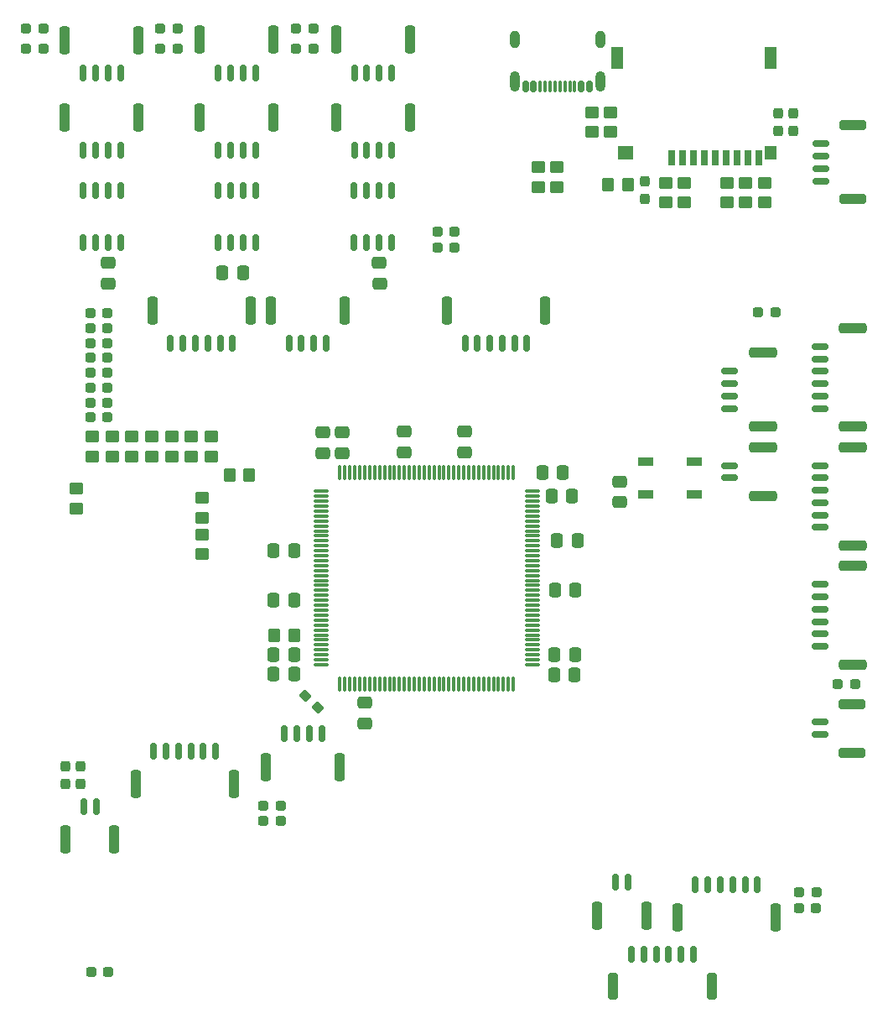
<source format=gbr>
%TF.GenerationSoftware,KiCad,Pcbnew,8.0.3*%
%TF.CreationDate,2024-12-04T19:25:53+09:00*%
%TF.ProjectId,nnct-main,6e6e6374-2d6d-4616-996e-2e6b69636164,rev?*%
%TF.SameCoordinates,Original*%
%TF.FileFunction,Paste,Top*%
%TF.FilePolarity,Positive*%
%FSLAX46Y46*%
G04 Gerber Fmt 4.6, Leading zero omitted, Abs format (unit mm)*
G04 Created by KiCad (PCBNEW 8.0.3) date 2024-12-04 19:25:53*
%MOMM*%
%LPD*%
G01*
G04 APERTURE LIST*
G04 Aperture macros list*
%AMRoundRect*
0 Rectangle with rounded corners*
0 $1 Rounding radius*
0 $2 $3 $4 $5 $6 $7 $8 $9 X,Y pos of 4 corners*
0 Add a 4 corners polygon primitive as box body*
4,1,4,$2,$3,$4,$5,$6,$7,$8,$9,$2,$3,0*
0 Add four circle primitives for the rounded corners*
1,1,$1+$1,$2,$3*
1,1,$1+$1,$4,$5*
1,1,$1+$1,$6,$7*
1,1,$1+$1,$8,$9*
0 Add four rect primitives between the rounded corners*
20,1,$1+$1,$2,$3,$4,$5,0*
20,1,$1+$1,$4,$5,$6,$7,0*
20,1,$1+$1,$6,$7,$8,$9,0*
20,1,$1+$1,$8,$9,$2,$3,0*%
G04 Aperture macros list end*
%ADD10RoundRect,0.250000X-0.475000X0.337500X-0.475000X-0.337500X0.475000X-0.337500X0.475000X0.337500X0*%
%ADD11RoundRect,0.250000X0.337500X0.475000X-0.337500X0.475000X-0.337500X-0.475000X0.337500X-0.475000X0*%
%ADD12RoundRect,0.150000X0.150000X0.700000X-0.150000X0.700000X-0.150000X-0.700000X0.150000X-0.700000X0*%
%ADD13RoundRect,0.250000X0.250000X1.150000X-0.250000X1.150000X-0.250000X-1.150000X0.250000X-1.150000X0*%
%ADD14RoundRect,0.237500X-0.287500X-0.237500X0.287500X-0.237500X0.287500X0.237500X-0.287500X0.237500X0*%
%ADD15R,1.200000X1.400000*%
%ADD16R,1.200000X2.200000*%
%ADD17R,1.600000X1.400000*%
%ADD18R,0.700000X1.600000*%
%ADD19RoundRect,0.237500X-0.237500X0.287500X-0.237500X-0.287500X0.237500X-0.287500X0.237500X0.287500X0*%
%ADD20RoundRect,0.237500X0.287500X0.237500X-0.287500X0.237500X-0.287500X-0.237500X0.287500X-0.237500X0*%
%ADD21RoundRect,0.250000X-0.450000X0.350000X-0.450000X-0.350000X0.450000X-0.350000X0.450000X0.350000X0*%
%ADD22RoundRect,0.150000X0.150000X-0.675000X0.150000X0.675000X-0.150000X0.675000X-0.150000X-0.675000X0*%
%ADD23RoundRect,0.150000X-0.150000X-0.700000X0.150000X-0.700000X0.150000X0.700000X-0.150000X0.700000X0*%
%ADD24RoundRect,0.250000X-0.250000X-1.100000X0.250000X-1.100000X0.250000X1.100000X-0.250000X1.100000X0*%
%ADD25RoundRect,0.250000X0.475000X-0.337500X0.475000X0.337500X-0.475000X0.337500X-0.475000X-0.337500X0*%
%ADD26RoundRect,0.250000X-0.337500X-0.475000X0.337500X-0.475000X0.337500X0.475000X-0.337500X0.475000X0*%
%ADD27RoundRect,0.250000X0.450000X-0.350000X0.450000X0.350000X-0.450000X0.350000X-0.450000X-0.350000X0*%
%ADD28RoundRect,0.237500X0.237500X-0.287500X0.237500X0.287500X-0.237500X0.287500X-0.237500X-0.287500X0*%
%ADD29RoundRect,0.150000X-0.700000X0.150000X-0.700000X-0.150000X0.700000X-0.150000X0.700000X0.150000X0*%
%ADD30RoundRect,0.250000X-1.150000X0.250000X-1.150000X-0.250000X1.150000X-0.250000X1.150000X0.250000X0*%
%ADD31RoundRect,0.250000X-0.250000X-1.150000X0.250000X-1.150000X0.250000X1.150000X-0.250000X1.150000X0*%
%ADD32RoundRect,0.150000X0.700000X-0.150000X0.700000X0.150000X-0.700000X0.150000X-0.700000X-0.150000X0*%
%ADD33RoundRect,0.250000X1.100000X-0.250000X1.100000X0.250000X-1.100000X0.250000X-1.100000X-0.250000X0*%
%ADD34RoundRect,0.250000X-0.350000X-0.450000X0.350000X-0.450000X0.350000X0.450000X-0.350000X0.450000X0*%
%ADD35RoundRect,0.237500X0.371231X-0.035355X-0.035355X0.371231X-0.371231X0.035355X0.035355X-0.371231X0*%
%ADD36R,1.500000X0.900000*%
%ADD37RoundRect,0.150000X0.150000X0.425000X-0.150000X0.425000X-0.150000X-0.425000X0.150000X-0.425000X0*%
%ADD38RoundRect,0.075000X0.075000X0.500000X-0.075000X0.500000X-0.075000X-0.500000X0.075000X-0.500000X0*%
%ADD39O,1.000000X2.100000*%
%ADD40O,1.000000X1.800000*%
%ADD41RoundRect,0.075000X0.075000X-0.662500X0.075000X0.662500X-0.075000X0.662500X-0.075000X-0.662500X0*%
%ADD42RoundRect,0.075000X0.662500X-0.075000X0.662500X0.075000X-0.662500X0.075000X-0.662500X-0.075000X0*%
%ADD43RoundRect,0.250000X0.350000X0.450000X-0.350000X0.450000X-0.350000X-0.450000X0.350000X-0.450000X0*%
G04 APERTURE END LIST*
D10*
%TO.C,C1*%
X80392500Y-99070000D03*
X80392500Y-101145000D03*
%TD*%
D11*
%TO.C,C17*%
X73280000Y-88720000D03*
X71205000Y-88720000D03*
%TD*%
D12*
%TO.C,J39*%
X65342500Y-103920000D03*
X64092500Y-103920000D03*
X62842500Y-103920000D03*
X61592500Y-103920000D03*
X60342500Y-103920000D03*
X59092500Y-103920000D03*
D13*
X67192500Y-107270000D03*
X57242500Y-107270000D03*
%TD*%
D14*
%TO.C,D1*%
X52692500Y-59770000D03*
X54442500Y-59770000D03*
%TD*%
D15*
%TO.C,J1*%
X121350000Y-43600000D03*
D16*
X121350000Y-34000000D03*
D17*
X106750000Y-43600000D03*
D16*
X105850000Y-34000000D03*
D18*
X120150000Y-44100000D03*
X119050000Y-44100000D03*
X117950000Y-44100000D03*
X116850000Y-44100000D03*
X115750000Y-44100000D03*
X114650000Y-44100000D03*
X113550000Y-44100000D03*
X112450000Y-44100000D03*
X111350000Y-44100000D03*
%TD*%
D14*
%TO.C,D14*%
X73475000Y-33050000D03*
X75225000Y-33050000D03*
%TD*%
D19*
%TO.C,D29*%
X122142500Y-39595000D03*
X122142500Y-41345000D03*
%TD*%
D14*
%TO.C,D3*%
X52692500Y-62770000D03*
X54442500Y-62770000D03*
%TD*%
D20*
%TO.C,D20*%
X129917500Y-97170000D03*
X128167500Y-97170000D03*
%TD*%
D21*
%TO.C,R32*%
X103300000Y-41500000D03*
X103300000Y-39500000D03*
%TD*%
%TO.C,C23*%
X63942500Y-78370000D03*
X63942500Y-80370000D03*
%TD*%
D22*
%TO.C,U6*%
X79320000Y-52675000D03*
X80590000Y-52675000D03*
X81860000Y-52675000D03*
X83130000Y-52675000D03*
X83130000Y-47425000D03*
X81860000Y-47425000D03*
X80590000Y-47425000D03*
X79320000Y-47425000D03*
%TD*%
D23*
%TO.C,J22*%
X107317500Y-124450000D03*
X108567500Y-124450000D03*
X109817500Y-124450000D03*
X111067500Y-124450000D03*
X112317500Y-124450000D03*
X113567500Y-124450000D03*
D24*
X105467500Y-127650000D03*
X115417500Y-127650000D03*
%TD*%
D25*
%TO.C,C7*%
X76142500Y-73870000D03*
X76142500Y-71795000D03*
%TD*%
D22*
%TO.C,U5*%
X65570000Y-52675000D03*
X66840000Y-52675000D03*
X68110000Y-52675000D03*
X69380000Y-52675000D03*
X69380000Y-47425000D03*
X68110000Y-47425000D03*
X66840000Y-47425000D03*
X65570000Y-47425000D03*
%TD*%
D26*
%TO.C,C9*%
X99605000Y-87720000D03*
X101680000Y-87720000D03*
%TD*%
%TO.C,C2*%
X98305000Y-75870000D03*
X100380000Y-75870000D03*
%TD*%
D14*
%TO.C,D5*%
X52692500Y-65770000D03*
X54442500Y-65770000D03*
%TD*%
D27*
%TO.C,R4*%
X62887000Y-74225500D03*
X62887000Y-72225500D03*
%TD*%
D28*
%TO.C,D19*%
X51682500Y-107245000D03*
X51682500Y-105495000D03*
%TD*%
D29*
%TO.C,J30*%
X126350000Y-63120000D03*
X126350000Y-64370000D03*
X126350000Y-65620000D03*
X126350000Y-66870000D03*
X126350000Y-68120000D03*
X126350000Y-69370000D03*
D30*
X129700000Y-61270000D03*
X129700000Y-71220000D03*
%TD*%
D27*
%TO.C,R8*%
X54887000Y-74225500D03*
X54887000Y-72225500D03*
%TD*%
%TO.C,R6*%
X58887000Y-74225500D03*
X58887000Y-72225500D03*
%TD*%
D23*
%TO.C,J8*%
X79350000Y-43350000D03*
X80600000Y-43350000D03*
X81850000Y-43350000D03*
X83100000Y-43350000D03*
D31*
X77500000Y-40000000D03*
X84950000Y-40000000D03*
%TD*%
D14*
%TO.C,D27*%
X70142500Y-110970000D03*
X71892500Y-110970000D03*
%TD*%
D23*
%TO.C,J6*%
X51975000Y-35550000D03*
X53225000Y-35550000D03*
X54475000Y-35550000D03*
X55725000Y-35550000D03*
D31*
X50125000Y-32200000D03*
X57575000Y-32200000D03*
%TD*%
D23*
%TO.C,J12*%
X65600000Y-43350000D03*
X66850000Y-43350000D03*
X68100000Y-43350000D03*
X69350000Y-43350000D03*
D31*
X63750000Y-40000000D03*
X71200000Y-40000000D03*
%TD*%
D14*
%TO.C,D17*%
X124242500Y-118170000D03*
X125992500Y-118170000D03*
%TD*%
D26*
%TO.C,C15*%
X99242500Y-78220000D03*
X101317500Y-78220000D03*
%TD*%
D14*
%TO.C,D13*%
X59725000Y-31050000D03*
X61475000Y-31050000D03*
%TD*%
D23*
%TO.C,J7*%
X65600000Y-35500000D03*
X66850000Y-35500000D03*
X68100000Y-35500000D03*
X69350000Y-35500000D03*
D31*
X63750000Y-32150000D03*
X71200000Y-32150000D03*
%TD*%
D27*
%TO.C,R24*%
X97900000Y-47050000D03*
X97900000Y-45050000D03*
%TD*%
%TO.C,R25*%
X99800000Y-47050000D03*
X99800000Y-45050000D03*
%TD*%
D14*
%TO.C,D16*%
X124225000Y-119800000D03*
X125975000Y-119800000D03*
%TD*%
D23*
%TO.C,J13*%
X79350000Y-35500000D03*
X80600000Y-35500000D03*
X81850000Y-35500000D03*
X83100000Y-35500000D03*
D31*
X77500000Y-32150000D03*
X84950000Y-32150000D03*
%TD*%
D32*
%TO.C,J14*%
X126450000Y-46425000D03*
X126450000Y-45175000D03*
X126450000Y-43925000D03*
X126450000Y-42675000D03*
D33*
X129650000Y-48275000D03*
X129650000Y-40825000D03*
%TD*%
D34*
%TO.C,R1*%
X71242500Y-92220000D03*
X73242500Y-92220000D03*
%TD*%
D14*
%TO.C,D7*%
X52692500Y-68770000D03*
X54442500Y-68770000D03*
%TD*%
D21*
%TO.C,R22*%
X110750000Y-46600613D03*
X110750000Y-48600613D03*
%TD*%
D29*
%TO.C,J28*%
X126350000Y-87120000D03*
X126350000Y-88370000D03*
X126350000Y-89620000D03*
X126350000Y-90870000D03*
X126350000Y-92120000D03*
X126350000Y-93370000D03*
D30*
X129700000Y-85270000D03*
X129700000Y-95220000D03*
%TD*%
D11*
%TO.C,C12*%
X73280000Y-94170000D03*
X71205000Y-94170000D03*
%TD*%
D25*
%TO.C,C24*%
X54480000Y-56765000D03*
X54480000Y-54690000D03*
%TD*%
D27*
%TO.C,R9*%
X52887000Y-74225500D03*
X52887000Y-72225500D03*
%TD*%
D35*
%TO.C,D9*%
X75642500Y-99570000D03*
X74405064Y-98332564D03*
%TD*%
D27*
%TO.C,R5*%
X60887000Y-74225500D03*
X60887000Y-72225500D03*
%TD*%
D21*
%TO.C,R23*%
X120750000Y-46600613D03*
X120750000Y-48600613D03*
%TD*%
D14*
%TO.C,D18*%
X120092500Y-59670000D03*
X121842500Y-59670000D03*
%TD*%
D19*
%TO.C,D30*%
X123642500Y-39595000D03*
X123642500Y-41345000D03*
%TD*%
D26*
%TO.C,C25*%
X66005000Y-55670000D03*
X68110000Y-55670000D03*
%TD*%
D23*
%TO.C,J34*%
X72742500Y-62820000D03*
X73992500Y-62820000D03*
X75242500Y-62820000D03*
X76492500Y-62820000D03*
D31*
X70892500Y-59470000D03*
X78342500Y-59470000D03*
%TD*%
D12*
%TO.C,J23*%
X53267500Y-109520000D03*
X52017500Y-109520000D03*
D13*
X55117500Y-112870000D03*
X50167500Y-112870000D03*
%TD*%
D19*
%TO.C,D24*%
X108642500Y-46470000D03*
X108642500Y-48220000D03*
%TD*%
D20*
%TO.C,D23*%
X89477500Y-51545000D03*
X87727500Y-51545000D03*
%TD*%
D21*
%TO.C,R21*%
X112650000Y-46600613D03*
X112650000Y-48600613D03*
%TD*%
D36*
%TO.C,D28*%
X108742500Y-74770000D03*
X108742500Y-78070000D03*
X113642500Y-78070000D03*
X113642500Y-74770000D03*
%TD*%
D37*
%TO.C,J2*%
X103050000Y-36930000D03*
X102250000Y-36930000D03*
D38*
X101100000Y-36930000D03*
X100100000Y-36930000D03*
X99600000Y-36930000D03*
X98600000Y-36930000D03*
D37*
X97450000Y-36930000D03*
X96650000Y-36930000D03*
X96650000Y-36930000D03*
X97450000Y-36930000D03*
D38*
X98100000Y-36930000D03*
X99100000Y-36930000D03*
X100600000Y-36930000D03*
X101600000Y-36930000D03*
D37*
X102250000Y-36930000D03*
X103050000Y-36930000D03*
D39*
X104170000Y-36355000D03*
D40*
X104170000Y-32175000D03*
D39*
X95530000Y-36355000D03*
D40*
X95530000Y-32175000D03*
%TD*%
D14*
%TO.C,D26*%
X70142500Y-109470000D03*
X71892500Y-109470000D03*
%TD*%
%TO.C,D25*%
X52767500Y-126170000D03*
X54517500Y-126170000D03*
%TD*%
D25*
%TO.C,C26*%
X81900000Y-56765000D03*
X81860000Y-54690000D03*
%TD*%
D29*
%TO.C,J35*%
X117242500Y-65620000D03*
X117242500Y-66870000D03*
X117242500Y-68120000D03*
X117242500Y-69370000D03*
D30*
X120592500Y-63770000D03*
X120592500Y-71220000D03*
%TD*%
D14*
%TO.C,D6*%
X52692500Y-67270000D03*
X54442500Y-67270000D03*
%TD*%
D21*
%TO.C,R31*%
X105200000Y-39500000D03*
X105200000Y-41500000D03*
%TD*%
D25*
%TO.C,C4*%
X84392500Y-73770000D03*
X84392500Y-71695000D03*
%TD*%
D27*
%TO.C,R3*%
X64887000Y-74225500D03*
X64887000Y-72225500D03*
%TD*%
D11*
%TO.C,C18*%
X73280000Y-83720000D03*
X71205000Y-83720000D03*
%TD*%
D26*
%TO.C,C10*%
X99542500Y-94220000D03*
X101617500Y-94220000D03*
%TD*%
D11*
%TO.C,C11*%
X73280000Y-96130000D03*
X71205000Y-96130000D03*
%TD*%
D25*
%TO.C,C16*%
X78142500Y-73870000D03*
X78142500Y-71795000D03*
%TD*%
D32*
%TO.C,J21*%
X126400000Y-102270000D03*
X126400000Y-101020000D03*
D33*
X129600000Y-104120000D03*
X129600000Y-99170000D03*
%TD*%
D41*
%TO.C,U1*%
X77892500Y-97132500D03*
X78392500Y-97132500D03*
X78892500Y-97132500D03*
X79392500Y-97132500D03*
X79892500Y-97132500D03*
X80392500Y-97132500D03*
X80892500Y-97132500D03*
X81392500Y-97132500D03*
X81892500Y-97132500D03*
X82392500Y-97132500D03*
X82892500Y-97132500D03*
X83392500Y-97132500D03*
X83892500Y-97132500D03*
X84392500Y-97132500D03*
X84892500Y-97132500D03*
X85392500Y-97132500D03*
X85892500Y-97132500D03*
X86392500Y-97132500D03*
X86892500Y-97132500D03*
X87392500Y-97132500D03*
X87892500Y-97132500D03*
X88392500Y-97132500D03*
X88892500Y-97132500D03*
X89392500Y-97132500D03*
X89892500Y-97132500D03*
X90392500Y-97132500D03*
X90892500Y-97132500D03*
X91392500Y-97132500D03*
X91892500Y-97132500D03*
X92392500Y-97132500D03*
X92892500Y-97132500D03*
X93392500Y-97132500D03*
X93892500Y-97132500D03*
X94392500Y-97132500D03*
X94892500Y-97132500D03*
X95392500Y-97132500D03*
D42*
X97305000Y-95220000D03*
X97305000Y-94720000D03*
X97305000Y-94220000D03*
X97305000Y-93720000D03*
X97305000Y-93220000D03*
X97305000Y-92720000D03*
X97305000Y-92220000D03*
X97305000Y-91720000D03*
X97305000Y-91220000D03*
X97305000Y-90720000D03*
X97305000Y-90220000D03*
X97305000Y-89720000D03*
X97305000Y-89220000D03*
X97305000Y-88720000D03*
X97305000Y-88220000D03*
X97305000Y-87720000D03*
X97305000Y-87220000D03*
X97305000Y-86720000D03*
X97305000Y-86220000D03*
X97305000Y-85720000D03*
X97305000Y-85220000D03*
X97305000Y-84720000D03*
X97305000Y-84220000D03*
X97305000Y-83720000D03*
X97305000Y-83220000D03*
X97305000Y-82720000D03*
X97305000Y-82220000D03*
X97305000Y-81720000D03*
X97305000Y-81220000D03*
X97305000Y-80720000D03*
X97305000Y-80220000D03*
X97305000Y-79720000D03*
X97305000Y-79220000D03*
X97305000Y-78720000D03*
X97305000Y-78220000D03*
X97305000Y-77720000D03*
D41*
X95392500Y-75807500D03*
X94892500Y-75807500D03*
X94392500Y-75807500D03*
X93892500Y-75807500D03*
X93392500Y-75807500D03*
X92892500Y-75807500D03*
X92392500Y-75807500D03*
X91892500Y-75807500D03*
X91392500Y-75807500D03*
X90892500Y-75807500D03*
X90392500Y-75807500D03*
X89892500Y-75807500D03*
X89392500Y-75807500D03*
X88892500Y-75807500D03*
X88392500Y-75807500D03*
X87892500Y-75807500D03*
X87392500Y-75807500D03*
X86892500Y-75807500D03*
X86392500Y-75807500D03*
X85892500Y-75807500D03*
X85392500Y-75807500D03*
X84892500Y-75807500D03*
X84392500Y-75807500D03*
X83892500Y-75807500D03*
X83392500Y-75807500D03*
X82892500Y-75807500D03*
X82392500Y-75807500D03*
X81892500Y-75807500D03*
X81392500Y-75807500D03*
X80892500Y-75807500D03*
X80392500Y-75807500D03*
X79892500Y-75807500D03*
X79392500Y-75807500D03*
X78892500Y-75807500D03*
X78392500Y-75807500D03*
X77892500Y-75807500D03*
D42*
X75980000Y-77720000D03*
X75980000Y-78220000D03*
X75980000Y-78720000D03*
X75980000Y-79220000D03*
X75980000Y-79720000D03*
X75980000Y-80220000D03*
X75980000Y-80720000D03*
X75980000Y-81220000D03*
X75980000Y-81720000D03*
X75980000Y-82220000D03*
X75980000Y-82720000D03*
X75980000Y-83220000D03*
X75980000Y-83720000D03*
X75980000Y-84220000D03*
X75980000Y-84720000D03*
X75980000Y-85220000D03*
X75980000Y-85720000D03*
X75980000Y-86220000D03*
X75980000Y-86720000D03*
X75980000Y-87220000D03*
X75980000Y-87720000D03*
X75980000Y-88220000D03*
X75980000Y-88720000D03*
X75980000Y-89220000D03*
X75980000Y-89720000D03*
X75980000Y-90220000D03*
X75980000Y-90720000D03*
X75980000Y-91220000D03*
X75980000Y-91720000D03*
X75980000Y-92220000D03*
X75980000Y-92720000D03*
X75980000Y-93220000D03*
X75980000Y-93720000D03*
X75980000Y-94220000D03*
X75980000Y-94720000D03*
X75980000Y-95220000D03*
%TD*%
D21*
%TO.C,R19*%
X118850000Y-46600613D03*
X118850000Y-48600613D03*
%TD*%
D12*
%TO.C,J38*%
X76042500Y-102170000D03*
X74792500Y-102170000D03*
X73542500Y-102170000D03*
X72292500Y-102170000D03*
D13*
X77892500Y-105520000D03*
X70442500Y-105520000D03*
%TD*%
D26*
%TO.C,C8*%
X99805000Y-82720000D03*
X101880000Y-82720000D03*
%TD*%
D14*
%TO.C,D10*%
X46225000Y-33050000D03*
X47975000Y-33050000D03*
%TD*%
D21*
%TO.C,R2*%
X51242500Y-77470000D03*
X51242500Y-79470000D03*
%TD*%
D43*
%TO.C,R33*%
X68742500Y-76070000D03*
X66742500Y-76070000D03*
%TD*%
D29*
%TO.C,J29*%
X126350000Y-75120000D03*
X126350000Y-76370000D03*
X126350000Y-77620000D03*
X126350000Y-78870000D03*
X126350000Y-80120000D03*
X126350000Y-81370000D03*
D30*
X129700000Y-73270000D03*
X129700000Y-83220000D03*
%TD*%
D21*
%TO.C,C22*%
X63942500Y-82070000D03*
X63942500Y-84070000D03*
%TD*%
D23*
%TO.C,J32*%
X90517500Y-62820000D03*
X91767500Y-62820000D03*
X93017500Y-62820000D03*
X94267500Y-62820000D03*
X95517500Y-62820000D03*
X96767500Y-62820000D03*
D31*
X88667500Y-59470000D03*
X98617500Y-59470000D03*
%TD*%
D28*
%TO.C,D21*%
X50182500Y-107245000D03*
X50182500Y-105495000D03*
%TD*%
D43*
%TO.C,R54*%
X106942500Y-46770000D03*
X104942500Y-46770000D03*
%TD*%
D26*
%TO.C,C19*%
X99505000Y-96270000D03*
X101580000Y-96270000D03*
%TD*%
D22*
%TO.C,U4*%
X51945000Y-52675000D03*
X53215000Y-52675000D03*
X54485000Y-52675000D03*
X55755000Y-52675000D03*
X55755000Y-47425000D03*
X54485000Y-47425000D03*
X53215000Y-47425000D03*
X51945000Y-47425000D03*
%TD*%
D14*
%TO.C,D15*%
X73475000Y-31050000D03*
X75225000Y-31050000D03*
%TD*%
D20*
%TO.C,D22*%
X89477500Y-53145000D03*
X87727500Y-53145000D03*
%TD*%
D12*
%TO.C,J27*%
X106967500Y-117170000D03*
X105717500Y-117170000D03*
D13*
X108817500Y-120520000D03*
X103867500Y-120520000D03*
%TD*%
D14*
%TO.C,D4*%
X52692500Y-64270000D03*
X54442500Y-64270000D03*
%TD*%
D12*
%TO.C,J37*%
X120042500Y-117370000D03*
X118792500Y-117370000D03*
X117542500Y-117370000D03*
X116292500Y-117370000D03*
X115042500Y-117370000D03*
X113792500Y-117370000D03*
D13*
X121892500Y-120720000D03*
X111942500Y-120720000D03*
%TD*%
D14*
%TO.C,D12*%
X59725000Y-33050000D03*
X61475000Y-33050000D03*
%TD*%
%TO.C,D11*%
X46225000Y-31050000D03*
X47975000Y-31050000D03*
%TD*%
D23*
%TO.C,J11*%
X51975000Y-43350000D03*
X53225000Y-43350000D03*
X54475000Y-43350000D03*
X55725000Y-43350000D03*
D31*
X50125000Y-40000000D03*
X57575000Y-40000000D03*
%TD*%
D10*
%TO.C,C31*%
X106142500Y-76732500D03*
X106142500Y-78807500D03*
%TD*%
D14*
%TO.C,D8*%
X52692500Y-70270000D03*
X54442500Y-70270000D03*
%TD*%
D29*
%TO.C,J36*%
X117242500Y-75120000D03*
X117242500Y-76370000D03*
D30*
X120592500Y-73270000D03*
X120592500Y-78220000D03*
%TD*%
D23*
%TO.C,J33*%
X60792500Y-62820000D03*
X62042500Y-62820000D03*
X63292500Y-62820000D03*
X64542500Y-62820000D03*
X65792500Y-62820000D03*
X67042500Y-62820000D03*
D31*
X58942500Y-59470000D03*
X68892500Y-59470000D03*
%TD*%
D27*
%TO.C,R7*%
X56887000Y-74225500D03*
X56887000Y-72225500D03*
%TD*%
D21*
%TO.C,R20*%
X116950000Y-46600613D03*
X116950000Y-48600613D03*
%TD*%
D25*
%TO.C,C3*%
X90442500Y-73770000D03*
X90442500Y-71695000D03*
%TD*%
D14*
%TO.C,D2*%
X52692500Y-61270000D03*
X54442500Y-61270000D03*
%TD*%
M02*

</source>
